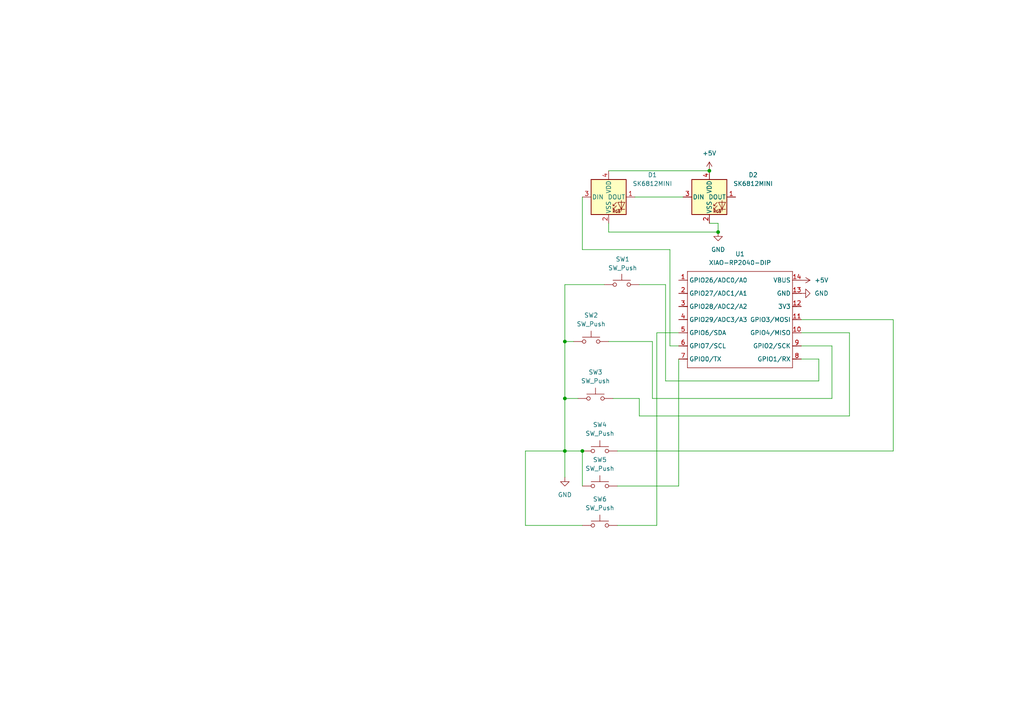
<source format=kicad_sch>
(kicad_sch
	(version 20250114)
	(generator "eeschema")
	(generator_version "9.0")
	(uuid "3abb7046-a1c3-41e4-beed-faf9debdfde6")
	(paper "A4")
	(lib_symbols
		(symbol "LED:SK6812MINI"
			(pin_names
				(offset 0.254)
			)
			(exclude_from_sim no)
			(in_bom yes)
			(on_board yes)
			(property "Reference" "D"
				(at 5.08 5.715 0)
				(effects
					(font
						(size 1.27 1.27)
					)
					(justify right bottom)
				)
			)
			(property "Value" "SK6812MINI"
				(at 1.27 -5.715 0)
				(effects
					(font
						(size 1.27 1.27)
					)
					(justify left top)
				)
			)
			(property "Footprint" "LED_SMD:LED_SK6812MINI_PLCC4_3.5x3.5mm_P1.75mm"
				(at 1.27 -7.62 0)
				(effects
					(font
						(size 1.27 1.27)
					)
					(justify left top)
					(hide yes)
				)
			)
			(property "Datasheet" "https://cdn-shop.adafruit.com/product-files/2686/SK6812MINI_REV.01-1-2.pdf"
				(at 2.54 -9.525 0)
				(effects
					(font
						(size 1.27 1.27)
					)
					(justify left top)
					(hide yes)
				)
			)
			(property "Description" "RGB LED with integrated controller"
				(at 0 0 0)
				(effects
					(font
						(size 1.27 1.27)
					)
					(hide yes)
				)
			)
			(property "ki_keywords" "RGB LED NeoPixel Mini addressable"
				(at 0 0 0)
				(effects
					(font
						(size 1.27 1.27)
					)
					(hide yes)
				)
			)
			(property "ki_fp_filters" "LED*SK6812MINI*PLCC*3.5x3.5mm*P1.75mm*"
				(at 0 0 0)
				(effects
					(font
						(size 1.27 1.27)
					)
					(hide yes)
				)
			)
			(symbol "SK6812MINI_0_0"
				(text "RGB"
					(at 2.286 -4.191 0)
					(effects
						(font
							(size 0.762 0.762)
						)
					)
				)
			)
			(symbol "SK6812MINI_0_1"
				(polyline
					(pts
						(xy 1.27 -2.54) (xy 1.778 -2.54)
					)
					(stroke
						(width 0)
						(type default)
					)
					(fill
						(type none)
					)
				)
				(polyline
					(pts
						(xy 1.27 -3.556) (xy 1.778 -3.556)
					)
					(stroke
						(width 0)
						(type default)
					)
					(fill
						(type none)
					)
				)
				(polyline
					(pts
						(xy 2.286 -1.524) (xy 1.27 -2.54) (xy 1.27 -2.032)
					)
					(stroke
						(width 0)
						(type default)
					)
					(fill
						(type none)
					)
				)
				(polyline
					(pts
						(xy 2.286 -2.54) (xy 1.27 -3.556) (xy 1.27 -3.048)
					)
					(stroke
						(width 0)
						(type default)
					)
					(fill
						(type none)
					)
				)
				(polyline
					(pts
						(xy 3.683 -1.016) (xy 3.683 -3.556) (xy 3.683 -4.064)
					)
					(stroke
						(width 0)
						(type default)
					)
					(fill
						(type none)
					)
				)
				(polyline
					(pts
						(xy 4.699 -1.524) (xy 2.667 -1.524) (xy 3.683 -3.556) (xy 4.699 -1.524)
					)
					(stroke
						(width 0)
						(type default)
					)
					(fill
						(type none)
					)
				)
				(polyline
					(pts
						(xy 4.699 -3.556) (xy 2.667 -3.556)
					)
					(stroke
						(width 0)
						(type default)
					)
					(fill
						(type none)
					)
				)
				(rectangle
					(start 5.08 5.08)
					(end -5.08 -5.08)
					(stroke
						(width 0.254)
						(type default)
					)
					(fill
						(type background)
					)
				)
			)
			(symbol "SK6812MINI_1_1"
				(pin input line
					(at -7.62 0 0)
					(length 2.54)
					(name "DIN"
						(effects
							(font
								(size 1.27 1.27)
							)
						)
					)
					(number "3"
						(effects
							(font
								(size 1.27 1.27)
							)
						)
					)
				)
				(pin power_in line
					(at 0 7.62 270)
					(length 2.54)
					(name "VDD"
						(effects
							(font
								(size 1.27 1.27)
							)
						)
					)
					(number "4"
						(effects
							(font
								(size 1.27 1.27)
							)
						)
					)
				)
				(pin power_in line
					(at 0 -7.62 90)
					(length 2.54)
					(name "VSS"
						(effects
							(font
								(size 1.27 1.27)
							)
						)
					)
					(number "2"
						(effects
							(font
								(size 1.27 1.27)
							)
						)
					)
				)
				(pin output line
					(at 7.62 0 180)
					(length 2.54)
					(name "DOUT"
						(effects
							(font
								(size 1.27 1.27)
							)
						)
					)
					(number "1"
						(effects
							(font
								(size 1.27 1.27)
							)
						)
					)
				)
			)
			(embedded_fonts no)
		)
		(symbol "OPL:XIAO-RP2040-DIP"
			(exclude_from_sim no)
			(in_bom yes)
			(on_board yes)
			(property "Reference" "U"
				(at 0 0 0)
				(effects
					(font
						(size 1.27 1.27)
					)
				)
			)
			(property "Value" "XIAO-RP2040-DIP"
				(at 5.334 -1.778 0)
				(effects
					(font
						(size 1.27 1.27)
					)
				)
			)
			(property "Footprint" "Module:MOUDLE14P-XIAO-DIP-SMD"
				(at 14.478 -32.258 0)
				(effects
					(font
						(size 1.27 1.27)
					)
					(hide yes)
				)
			)
			(property "Datasheet" ""
				(at 0 0 0)
				(effects
					(font
						(size 1.27 1.27)
					)
					(hide yes)
				)
			)
			(property "Description" ""
				(at 0 0 0)
				(effects
					(font
						(size 1.27 1.27)
					)
					(hide yes)
				)
			)
			(symbol "XIAO-RP2040-DIP_1_0"
				(polyline
					(pts
						(xy -1.27 -2.54) (xy 29.21 -2.54)
					)
					(stroke
						(width 0.1524)
						(type solid)
					)
					(fill
						(type none)
					)
				)
				(polyline
					(pts
						(xy -1.27 -5.08) (xy -2.54 -5.08)
					)
					(stroke
						(width 0.1524)
						(type solid)
					)
					(fill
						(type none)
					)
				)
				(polyline
					(pts
						(xy -1.27 -5.08) (xy -1.27 -2.54)
					)
					(stroke
						(width 0.1524)
						(type solid)
					)
					(fill
						(type none)
					)
				)
				(polyline
					(pts
						(xy -1.27 -8.89) (xy -2.54 -8.89)
					)
					(stroke
						(width 0.1524)
						(type solid)
					)
					(fill
						(type none)
					)
				)
				(polyline
					(pts
						(xy -1.27 -8.89) (xy -1.27 -5.08)
					)
					(stroke
						(width 0.1524)
						(type solid)
					)
					(fill
						(type none)
					)
				)
				(polyline
					(pts
						(xy -1.27 -12.7) (xy -2.54 -12.7)
					)
					(stroke
						(width 0.1524)
						(type solid)
					)
					(fill
						(type none)
					)
				)
				(polyline
					(pts
						(xy -1.27 -12.7) (xy -1.27 -8.89)
					)
					(stroke
						(width 0.1524)
						(type solid)
					)
					(fill
						(type none)
					)
				)
				(polyline
					(pts
						(xy -1.27 -16.51) (xy -2.54 -16.51)
					)
					(stroke
						(width 0.1524)
						(type solid)
					)
					(fill
						(type none)
					)
				)
				(polyline
					(pts
						(xy -1.27 -16.51) (xy -1.27 -12.7)
					)
					(stroke
						(width 0.1524)
						(type solid)
					)
					(fill
						(type none)
					)
				)
				(polyline
					(pts
						(xy -1.27 -20.32) (xy -2.54 -20.32)
					)
					(stroke
						(width 0.1524)
						(type solid)
					)
					(fill
						(type none)
					)
				)
				(polyline
					(pts
						(xy -1.27 -24.13) (xy -2.54 -24.13)
					)
					(stroke
						(width 0.1524)
						(type solid)
					)
					(fill
						(type none)
					)
				)
				(polyline
					(pts
						(xy -1.27 -27.94) (xy -2.54 -27.94)
					)
					(stroke
						(width 0.1524)
						(type solid)
					)
					(fill
						(type none)
					)
				)
				(polyline
					(pts
						(xy -1.27 -30.48) (xy -1.27 -16.51)
					)
					(stroke
						(width 0.1524)
						(type solid)
					)
					(fill
						(type none)
					)
				)
				(polyline
					(pts
						(xy 29.21 -2.54) (xy 29.21 -5.08)
					)
					(stroke
						(width 0.1524)
						(type solid)
					)
					(fill
						(type none)
					)
				)
				(polyline
					(pts
						(xy 29.21 -5.08) (xy 29.21 -8.89)
					)
					(stroke
						(width 0.1524)
						(type solid)
					)
					(fill
						(type none)
					)
				)
				(polyline
					(pts
						(xy 29.21 -8.89) (xy 29.21 -12.7)
					)
					(stroke
						(width 0.1524)
						(type solid)
					)
					(fill
						(type none)
					)
				)
				(polyline
					(pts
						(xy 29.21 -12.7) (xy 29.21 -30.48)
					)
					(stroke
						(width 0.1524)
						(type solid)
					)
					(fill
						(type none)
					)
				)
				(polyline
					(pts
						(xy 29.21 -30.48) (xy -1.27 -30.48)
					)
					(stroke
						(width 0.1524)
						(type solid)
					)
					(fill
						(type none)
					)
				)
				(polyline
					(pts
						(xy 30.48 -5.08) (xy 29.21 -5.08)
					)
					(stroke
						(width 0.1524)
						(type solid)
					)
					(fill
						(type none)
					)
				)
				(polyline
					(pts
						(xy 30.48 -8.89) (xy 29.21 -8.89)
					)
					(stroke
						(width 0.1524)
						(type solid)
					)
					(fill
						(type none)
					)
				)
				(polyline
					(pts
						(xy 30.48 -12.7) (xy 29.21 -12.7)
					)
					(stroke
						(width 0.1524)
						(type solid)
					)
					(fill
						(type none)
					)
				)
				(polyline
					(pts
						(xy 30.48 -16.51) (xy 29.21 -16.51)
					)
					(stroke
						(width 0.1524)
						(type solid)
					)
					(fill
						(type none)
					)
				)
				(polyline
					(pts
						(xy 30.48 -20.32) (xy 29.21 -20.32)
					)
					(stroke
						(width 0.1524)
						(type solid)
					)
					(fill
						(type none)
					)
				)
				(polyline
					(pts
						(xy 30.48 -24.13) (xy 29.21 -24.13)
					)
					(stroke
						(width 0.1524)
						(type solid)
					)
					(fill
						(type none)
					)
				)
				(polyline
					(pts
						(xy 30.48 -27.94) (xy 29.21 -27.94)
					)
					(stroke
						(width 0.1524)
						(type solid)
					)
					(fill
						(type none)
					)
				)
				(pin passive line
					(at -3.81 -5.08 0)
					(length 2.54)
					(name "GPIO26/ADC0/A0"
						(effects
							(font
								(size 1.27 1.27)
							)
						)
					)
					(number "1"
						(effects
							(font
								(size 1.27 1.27)
							)
						)
					)
				)
				(pin passive line
					(at -3.81 -8.89 0)
					(length 2.54)
					(name "GPIO27/ADC1/A1"
						(effects
							(font
								(size 1.27 1.27)
							)
						)
					)
					(number "2"
						(effects
							(font
								(size 1.27 1.27)
							)
						)
					)
				)
				(pin passive line
					(at -3.81 -12.7 0)
					(length 2.54)
					(name "GPIO28/ADC2/A2"
						(effects
							(font
								(size 1.27 1.27)
							)
						)
					)
					(number "3"
						(effects
							(font
								(size 1.27 1.27)
							)
						)
					)
				)
				(pin passive line
					(at -3.81 -16.51 0)
					(length 2.54)
					(name "GPIO29/ADC3/A3"
						(effects
							(font
								(size 1.27 1.27)
							)
						)
					)
					(number "4"
						(effects
							(font
								(size 1.27 1.27)
							)
						)
					)
				)
				(pin passive line
					(at -3.81 -20.32 0)
					(length 2.54)
					(name "GPIO6/SDA"
						(effects
							(font
								(size 1.27 1.27)
							)
						)
					)
					(number "5"
						(effects
							(font
								(size 1.27 1.27)
							)
						)
					)
				)
				(pin passive line
					(at -3.81 -24.13 0)
					(length 2.54)
					(name "GPIO7/SCL"
						(effects
							(font
								(size 1.27 1.27)
							)
						)
					)
					(number "6"
						(effects
							(font
								(size 1.27 1.27)
							)
						)
					)
				)
				(pin passive line
					(at -3.81 -27.94 0)
					(length 2.54)
					(name "GPIO0/TX"
						(effects
							(font
								(size 1.27 1.27)
							)
						)
					)
					(number "7"
						(effects
							(font
								(size 1.27 1.27)
							)
						)
					)
				)
				(pin passive line
					(at 31.75 -5.08 180)
					(length 2.54)
					(name "VBUS"
						(effects
							(font
								(size 1.27 1.27)
							)
						)
					)
					(number "14"
						(effects
							(font
								(size 1.27 1.27)
							)
						)
					)
				)
				(pin passive line
					(at 31.75 -8.89 180)
					(length 2.54)
					(name "GND"
						(effects
							(font
								(size 1.27 1.27)
							)
						)
					)
					(number "13"
						(effects
							(font
								(size 1.27 1.27)
							)
						)
					)
				)
				(pin passive line
					(at 31.75 -12.7 180)
					(length 2.54)
					(name "3V3"
						(effects
							(font
								(size 1.27 1.27)
							)
						)
					)
					(number "12"
						(effects
							(font
								(size 1.27 1.27)
							)
						)
					)
				)
				(pin passive line
					(at 31.75 -16.51 180)
					(length 2.54)
					(name "GPIO3/MOSI"
						(effects
							(font
								(size 1.27 1.27)
							)
						)
					)
					(number "11"
						(effects
							(font
								(size 1.27 1.27)
							)
						)
					)
				)
				(pin passive line
					(at 31.75 -20.32 180)
					(length 2.54)
					(name "GPIO4/MISO"
						(effects
							(font
								(size 1.27 1.27)
							)
						)
					)
					(number "10"
						(effects
							(font
								(size 1.27 1.27)
							)
						)
					)
				)
				(pin passive line
					(at 31.75 -24.13 180)
					(length 2.54)
					(name "GPIO2/SCK"
						(effects
							(font
								(size 1.27 1.27)
							)
						)
					)
					(number "9"
						(effects
							(font
								(size 1.27 1.27)
							)
						)
					)
				)
				(pin passive line
					(at 31.75 -27.94 180)
					(length 2.54)
					(name "GPIO1/RX"
						(effects
							(font
								(size 1.27 1.27)
							)
						)
					)
					(number "8"
						(effects
							(font
								(size 1.27 1.27)
							)
						)
					)
				)
			)
			(embedded_fonts no)
		)
		(symbol "Switch:SW_Push"
			(pin_numbers
				(hide yes)
			)
			(pin_names
				(offset 1.016)
				(hide yes)
			)
			(exclude_from_sim no)
			(in_bom yes)
			(on_board yes)
			(property "Reference" "SW"
				(at 1.27 2.54 0)
				(effects
					(font
						(size 1.27 1.27)
					)
					(justify left)
				)
			)
			(property "Value" "SW_Push"
				(at 0 -1.524 0)
				(effects
					(font
						(size 1.27 1.27)
					)
				)
			)
			(property "Footprint" ""
				(at 0 5.08 0)
				(effects
					(font
						(size 1.27 1.27)
					)
					(hide yes)
				)
			)
			(property "Datasheet" "~"
				(at 0 5.08 0)
				(effects
					(font
						(size 1.27 1.27)
					)
					(hide yes)
				)
			)
			(property "Description" "Push button switch, generic, two pins"
				(at 0 0 0)
				(effects
					(font
						(size 1.27 1.27)
					)
					(hide yes)
				)
			)
			(property "ki_keywords" "switch normally-open pushbutton push-button"
				(at 0 0 0)
				(effects
					(font
						(size 1.27 1.27)
					)
					(hide yes)
				)
			)
			(symbol "SW_Push_0_1"
				(circle
					(center -2.032 0)
					(radius 0.508)
					(stroke
						(width 0)
						(type default)
					)
					(fill
						(type none)
					)
				)
				(polyline
					(pts
						(xy 0 1.27) (xy 0 3.048)
					)
					(stroke
						(width 0)
						(type default)
					)
					(fill
						(type none)
					)
				)
				(circle
					(center 2.032 0)
					(radius 0.508)
					(stroke
						(width 0)
						(type default)
					)
					(fill
						(type none)
					)
				)
				(polyline
					(pts
						(xy 2.54 1.27) (xy -2.54 1.27)
					)
					(stroke
						(width 0)
						(type default)
					)
					(fill
						(type none)
					)
				)
				(pin passive line
					(at -5.08 0 0)
					(length 2.54)
					(name "1"
						(effects
							(font
								(size 1.27 1.27)
							)
						)
					)
					(number "1"
						(effects
							(font
								(size 1.27 1.27)
							)
						)
					)
				)
				(pin passive line
					(at 5.08 0 180)
					(length 2.54)
					(name "2"
						(effects
							(font
								(size 1.27 1.27)
							)
						)
					)
					(number "2"
						(effects
							(font
								(size 1.27 1.27)
							)
						)
					)
				)
			)
			(embedded_fonts no)
		)
		(symbol "power:+5V"
			(power)
			(pin_numbers
				(hide yes)
			)
			(pin_names
				(offset 0)
				(hide yes)
			)
			(exclude_from_sim no)
			(in_bom yes)
			(on_board yes)
			(property "Reference" "#PWR"
				(at 0 -3.81 0)
				(effects
					(font
						(size 1.27 1.27)
					)
					(hide yes)
				)
			)
			(property "Value" "+5V"
				(at 0 3.556 0)
				(effects
					(font
						(size 1.27 1.27)
					)
				)
			)
			(property "Footprint" ""
				(at 0 0 0)
				(effects
					(font
						(size 1.27 1.27)
					)
					(hide yes)
				)
			)
			(property "Datasheet" ""
				(at 0 0 0)
				(effects
					(font
						(size 1.27 1.27)
					)
					(hide yes)
				)
			)
			(property "Description" "Power symbol creates a global label with name \"+5V\""
				(at 0 0 0)
				(effects
					(font
						(size 1.27 1.27)
					)
					(hide yes)
				)
			)
			(property "ki_keywords" "global power"
				(at 0 0 0)
				(effects
					(font
						(size 1.27 1.27)
					)
					(hide yes)
				)
			)
			(symbol "+5V_0_1"
				(polyline
					(pts
						(xy -0.762 1.27) (xy 0 2.54)
					)
					(stroke
						(width 0)
						(type default)
					)
					(fill
						(type none)
					)
				)
				(polyline
					(pts
						(xy 0 2.54) (xy 0.762 1.27)
					)
					(stroke
						(width 0)
						(type default)
					)
					(fill
						(type none)
					)
				)
				(polyline
					(pts
						(xy 0 0) (xy 0 2.54)
					)
					(stroke
						(width 0)
						(type default)
					)
					(fill
						(type none)
					)
				)
			)
			(symbol "+5V_1_1"
				(pin power_in line
					(at 0 0 90)
					(length 0)
					(name "~"
						(effects
							(font
								(size 1.27 1.27)
							)
						)
					)
					(number "1"
						(effects
							(font
								(size 1.27 1.27)
							)
						)
					)
				)
			)
			(embedded_fonts no)
		)
		(symbol "power:GND"
			(power)
			(pin_numbers
				(hide yes)
			)
			(pin_names
				(offset 0)
				(hide yes)
			)
			(exclude_from_sim no)
			(in_bom yes)
			(on_board yes)
			(property "Reference" "#PWR"
				(at 0 -6.35 0)
				(effects
					(font
						(size 1.27 1.27)
					)
					(hide yes)
				)
			)
			(property "Value" "GND"
				(at 0 -3.81 0)
				(effects
					(font
						(size 1.27 1.27)
					)
				)
			)
			(property "Footprint" ""
				(at 0 0 0)
				(effects
					(font
						(size 1.27 1.27)
					)
					(hide yes)
				)
			)
			(property "Datasheet" ""
				(at 0 0 0)
				(effects
					(font
						(size 1.27 1.27)
					)
					(hide yes)
				)
			)
			(property "Description" "Power symbol creates a global label with name \"GND\" , ground"
				(at 0 0 0)
				(effects
					(font
						(size 1.27 1.27)
					)
					(hide yes)
				)
			)
			(property "ki_keywords" "global power"
				(at 0 0 0)
				(effects
					(font
						(size 1.27 1.27)
					)
					(hide yes)
				)
			)
			(symbol "GND_0_1"
				(polyline
					(pts
						(xy 0 0) (xy 0 -1.27) (xy 1.27 -1.27) (xy 0 -2.54) (xy -1.27 -1.27) (xy 0 -1.27)
					)
					(stroke
						(width 0)
						(type default)
					)
					(fill
						(type none)
					)
				)
			)
			(symbol "GND_1_1"
				(pin power_in line
					(at 0 0 270)
					(length 0)
					(name "~"
						(effects
							(font
								(size 1.27 1.27)
							)
						)
					)
					(number "1"
						(effects
							(font
								(size 1.27 1.27)
							)
						)
					)
				)
			)
			(embedded_fonts no)
		)
	)
	(junction
		(at 163.83 115.57)
		(diameter 0)
		(color 0 0 0 0)
		(uuid "14c2577d-0392-48c0-b49d-5173885a4630")
	)
	(junction
		(at 205.74 49.53)
		(diameter 0)
		(color 0 0 0 0)
		(uuid "504e0946-699a-4797-8b17-16915e6c0263")
	)
	(junction
		(at 208.28 67.31)
		(diameter 0)
		(color 0 0 0 0)
		(uuid "c14e4067-39a2-4fe6-97a2-cd09dea88ed9")
	)
	(junction
		(at 163.83 130.81)
		(diameter 0)
		(color 0 0 0 0)
		(uuid "c2c1d36d-bf1b-42a0-afe4-b0d2bab80f2f")
	)
	(junction
		(at 163.83 99.06)
		(diameter 0)
		(color 0 0 0 0)
		(uuid "db493fa3-8bc8-4b3e-86b8-d3cbfdbdc385")
	)
	(junction
		(at 168.91 130.81)
		(diameter 0)
		(color 0 0 0 0)
		(uuid "e7b00b01-9864-4ebb-9a82-07c0439f6c0a")
	)
	(wire
		(pts
			(xy 185.42 120.65) (xy 246.38 120.65)
		)
		(stroke
			(width 0)
			(type default)
		)
		(uuid "14cf3e22-8c90-439d-b47a-e312e16c6cfe")
	)
	(wire
		(pts
			(xy 177.8 115.57) (xy 185.42 115.57)
		)
		(stroke
			(width 0)
			(type default)
		)
		(uuid "192ba905-ff6f-40d9-b6fe-afa61084f30f")
	)
	(wire
		(pts
			(xy 176.53 49.53) (xy 205.74 49.53)
		)
		(stroke
			(width 0)
			(type default)
		)
		(uuid "354042b8-ddaf-411f-a01c-21c23ef62f40")
	)
	(wire
		(pts
			(xy 193.04 110.49) (xy 237.49 110.49)
		)
		(stroke
			(width 0)
			(type default)
		)
		(uuid "38da9e4e-fe6e-4554-89c0-9042f2d6c227")
	)
	(wire
		(pts
			(xy 237.49 110.49) (xy 237.49 104.14)
		)
		(stroke
			(width 0)
			(type default)
		)
		(uuid "3bdc99f8-025d-40e7-84ba-03ba6bb16ee5")
	)
	(wire
		(pts
			(xy 190.5 152.4) (xy 190.5 96.52)
		)
		(stroke
			(width 0)
			(type default)
		)
		(uuid "40b40e8e-ca1c-4bb0-a22a-ced639c332a1")
	)
	(wire
		(pts
			(xy 241.3 115.57) (xy 241.3 100.33)
		)
		(stroke
			(width 0)
			(type default)
		)
		(uuid "40df6e58-b6a6-41ac-a7a5-587e7d1da40a")
	)
	(wire
		(pts
			(xy 259.08 130.81) (xy 259.08 92.71)
		)
		(stroke
			(width 0)
			(type default)
		)
		(uuid "54370aae-49ba-487e-9ece-7ef8b1e576ad")
	)
	(wire
		(pts
			(xy 208.28 64.77) (xy 205.74 64.77)
		)
		(stroke
			(width 0)
			(type default)
		)
		(uuid "5ef59ae3-e625-4b37-aff4-cc76c59418d5")
	)
	(wire
		(pts
			(xy 241.3 100.33) (xy 232.41 100.33)
		)
		(stroke
			(width 0)
			(type default)
		)
		(uuid "67af8ea4-bdd9-4490-a250-84a84da170e8")
	)
	(wire
		(pts
			(xy 208.28 67.31) (xy 176.53 67.31)
		)
		(stroke
			(width 0)
			(type default)
		)
		(uuid "68549301-2387-4440-a129-29e393628f97")
	)
	(wire
		(pts
			(xy 163.83 115.57) (xy 163.83 99.06)
		)
		(stroke
			(width 0)
			(type default)
		)
		(uuid "6a78a906-c466-4198-b950-dffd3c2b7a89")
	)
	(wire
		(pts
			(xy 163.83 99.06) (xy 166.37 99.06)
		)
		(stroke
			(width 0)
			(type default)
		)
		(uuid "6d9e743d-9cb0-42cb-881a-f809f81eca27")
	)
	(wire
		(pts
			(xy 163.83 138.43) (xy 163.83 130.81)
		)
		(stroke
			(width 0)
			(type default)
		)
		(uuid "72cc864c-82ec-41ba-b050-443a74dab9db")
	)
	(wire
		(pts
			(xy 163.83 130.81) (xy 152.4 130.81)
		)
		(stroke
			(width 0)
			(type default)
		)
		(uuid "73b37d6c-4a5d-4bca-9ca3-589bb0f90663")
	)
	(wire
		(pts
			(xy 163.83 115.57) (xy 167.64 115.57)
		)
		(stroke
			(width 0)
			(type default)
		)
		(uuid "79b89b34-6409-484b-a305-7b929792909b")
	)
	(wire
		(pts
			(xy 189.23 99.06) (xy 189.23 115.57)
		)
		(stroke
			(width 0)
			(type default)
		)
		(uuid "7d3555b0-a124-467d-839e-762b6f6598a9")
	)
	(wire
		(pts
			(xy 152.4 130.81) (xy 152.4 152.4)
		)
		(stroke
			(width 0)
			(type default)
		)
		(uuid "8405c521-8e3b-4748-9075-8ac85f12dc46")
	)
	(wire
		(pts
			(xy 163.83 99.06) (xy 163.83 82.55)
		)
		(stroke
			(width 0)
			(type default)
		)
		(uuid "8f6001a8-c7c1-46ed-97d7-9a662cd548b8")
	)
	(wire
		(pts
			(xy 246.38 96.52) (xy 232.41 96.52)
		)
		(stroke
			(width 0)
			(type default)
		)
		(uuid "9088f063-37fb-472a-8f0a-5c2bb28b4cd1")
	)
	(wire
		(pts
			(xy 168.91 72.39) (xy 194.31 72.39)
		)
		(stroke
			(width 0)
			(type default)
		)
		(uuid "95fc22b4-30ae-43f1-b1da-c7f97986118e")
	)
	(wire
		(pts
			(xy 168.91 130.81) (xy 168.91 140.97)
		)
		(stroke
			(width 0)
			(type default)
		)
		(uuid "9613a070-9358-4050-ac21-1b9823d33438")
	)
	(wire
		(pts
			(xy 176.53 67.31) (xy 176.53 64.77)
		)
		(stroke
			(width 0)
			(type default)
		)
		(uuid "99d048cd-0e61-4604-9751-e12b6b1f0011")
	)
	(wire
		(pts
			(xy 163.83 130.81) (xy 163.83 115.57)
		)
		(stroke
			(width 0)
			(type default)
		)
		(uuid "9b7e9eec-953f-4920-a986-55e4bbdca5c5")
	)
	(wire
		(pts
			(xy 185.42 82.55) (xy 193.04 82.55)
		)
		(stroke
			(width 0)
			(type default)
		)
		(uuid "9d852ec6-615d-435b-9097-79ce60f4719e")
	)
	(wire
		(pts
			(xy 168.91 57.15) (xy 168.91 72.39)
		)
		(stroke
			(width 0)
			(type default)
		)
		(uuid "aa6be3c4-b0dd-419a-b6e5-1757d4a03a03")
	)
	(wire
		(pts
			(xy 184.15 57.15) (xy 198.12 57.15)
		)
		(stroke
			(width 0)
			(type default)
		)
		(uuid "b063454a-9202-455b-a191-0911b26c6e82")
	)
	(wire
		(pts
			(xy 194.31 100.33) (xy 196.85 100.33)
		)
		(stroke
			(width 0)
			(type default)
		)
		(uuid "b20ee6c9-d91e-450c-b386-2be4cb98d3f5")
	)
	(wire
		(pts
			(xy 179.07 130.81) (xy 259.08 130.81)
		)
		(stroke
			(width 0)
			(type default)
		)
		(uuid "b2b96aca-142e-490f-9333-84d68cc9ec1b")
	)
	(wire
		(pts
			(xy 152.4 152.4) (xy 168.91 152.4)
		)
		(stroke
			(width 0)
			(type default)
		)
		(uuid "b499b38f-f07b-4078-a910-d665c4745ab5")
	)
	(wire
		(pts
			(xy 259.08 92.71) (xy 232.41 92.71)
		)
		(stroke
			(width 0)
			(type default)
		)
		(uuid "b6017b66-d12c-48b6-b85d-ca30db4bab91")
	)
	(wire
		(pts
			(xy 176.53 99.06) (xy 189.23 99.06)
		)
		(stroke
			(width 0)
			(type default)
		)
		(uuid "bd8ebc0f-2938-4648-af03-6f92648e2fe8")
	)
	(wire
		(pts
			(xy 196.85 140.97) (xy 196.85 104.14)
		)
		(stroke
			(width 0)
			(type default)
		)
		(uuid "be5b2f12-1e24-44cc-827b-228704eb948a")
	)
	(wire
		(pts
			(xy 246.38 120.65) (xy 246.38 96.52)
		)
		(stroke
			(width 0)
			(type default)
		)
		(uuid "c4d32d0a-597e-45ad-b95d-faa3160ec2d0")
	)
	(wire
		(pts
			(xy 185.42 115.57) (xy 185.42 120.65)
		)
		(stroke
			(width 0)
			(type default)
		)
		(uuid "cba58ec3-2024-437e-aa7f-58d577c67e7b")
	)
	(wire
		(pts
			(xy 194.31 72.39) (xy 194.31 100.33)
		)
		(stroke
			(width 0)
			(type default)
		)
		(uuid "cdca2cbc-63c9-4f8f-be7f-374424ae5f08")
	)
	(wire
		(pts
			(xy 190.5 96.52) (xy 196.85 96.52)
		)
		(stroke
			(width 0)
			(type default)
		)
		(uuid "cfa6223a-52b7-433c-a4e4-34f763d7a089")
	)
	(wire
		(pts
			(xy 179.07 140.97) (xy 196.85 140.97)
		)
		(stroke
			(width 0)
			(type default)
		)
		(uuid "d14b7182-52b0-4d73-903c-5f4b8b4f6069")
	)
	(wire
		(pts
			(xy 163.83 82.55) (xy 175.26 82.55)
		)
		(stroke
			(width 0)
			(type default)
		)
		(uuid "d4dd0ae6-7236-45a1-9e22-0b7a96af146e")
	)
	(wire
		(pts
			(xy 163.83 130.81) (xy 168.91 130.81)
		)
		(stroke
			(width 0)
			(type default)
		)
		(uuid "d565586d-1fbc-4c11-a515-18a9bfbcda3a")
	)
	(wire
		(pts
			(xy 189.23 115.57) (xy 241.3 115.57)
		)
		(stroke
			(width 0)
			(type default)
		)
		(uuid "dc1f4fd5-ed8c-45b8-9800-eee7690c8eb7")
	)
	(wire
		(pts
			(xy 237.49 104.14) (xy 232.41 104.14)
		)
		(stroke
			(width 0)
			(type default)
		)
		(uuid "dcb5b25a-2dac-4df4-a66c-505ef4396ed5")
	)
	(wire
		(pts
			(xy 208.28 67.31) (xy 208.28 64.77)
		)
		(stroke
			(width 0)
			(type default)
		)
		(uuid "e3e0e02a-7915-495d-9635-d2e6adfadc49")
	)
	(wire
		(pts
			(xy 179.07 152.4) (xy 190.5 152.4)
		)
		(stroke
			(width 0)
			(type default)
		)
		(uuid "f68b751a-00ff-4bc8-bbeb-c0d2a808d8e2")
	)
	(wire
		(pts
			(xy 193.04 82.55) (xy 193.04 110.49)
		)
		(stroke
			(width 0)
			(type default)
		)
		(uuid "ffd34741-4d71-431d-8e0b-9c5048d69e40")
	)
	(symbol
		(lib_id "power:+5V")
		(at 205.74 49.53 0)
		(unit 1)
		(exclude_from_sim no)
		(in_bom yes)
		(on_board yes)
		(dnp no)
		(fields_autoplaced yes)
		(uuid "26ad7253-4365-4fcd-9696-f2cdf597d4de")
		(property "Reference" "#PWR05"
			(at 205.74 53.34 0)
			(effects
				(font
					(size 1.27 1.27)
				)
				(hide yes)
			)
		)
		(property "Value" "+5V"
			(at 205.74 44.45 0)
			(effects
				(font
					(size 1.27 1.27)
				)
			)
		)
		(property "Footprint" ""
			(at 205.74 49.53 0)
			(effects
				(font
					(size 1.27 1.27)
				)
				(hide yes)
			)
		)
		(property "Datasheet" ""
			(at 205.74 49.53 0)
			(effects
				(font
					(size 1.27 1.27)
				)
				(hide yes)
			)
		)
		(property "Description" "Power symbol creates a global label with name \"+5V\""
			(at 205.74 49.53 0)
			(effects
				(font
					(size 1.27 1.27)
				)
				(hide yes)
			)
		)
		(pin "1"
			(uuid "d52ef84a-1324-4ea5-8fd1-8a8d4dabf0fa")
		)
		(instances
			(project ""
				(path "/3abb7046-a1c3-41e4-beed-faf9debdfde6"
					(reference "#PWR05")
					(unit 1)
				)
			)
		)
	)
	(symbol
		(lib_id "power:GND")
		(at 163.83 138.43 0)
		(unit 1)
		(exclude_from_sim no)
		(in_bom yes)
		(on_board yes)
		(dnp no)
		(fields_autoplaced yes)
		(uuid "2cf7c323-9724-47dd-9d0e-8b707db950fe")
		(property "Reference" "#PWR01"
			(at 163.83 144.78 0)
			(effects
				(font
					(size 1.27 1.27)
				)
				(hide yes)
			)
		)
		(property "Value" "GND"
			(at 163.83 143.51 0)
			(effects
				(font
					(size 1.27 1.27)
				)
			)
		)
		(property "Footprint" ""
			(at 163.83 138.43 0)
			(effects
				(font
					(size 1.27 1.27)
				)
				(hide yes)
			)
		)
		(property "Datasheet" ""
			(at 163.83 138.43 0)
			(effects
				(font
					(size 1.27 1.27)
				)
				(hide yes)
			)
		)
		(property "Description" "Power symbol creates a global label with name \"GND\" , ground"
			(at 163.83 138.43 0)
			(effects
				(font
					(size 1.27 1.27)
				)
				(hide yes)
			)
		)
		(pin "1"
			(uuid "87609617-2f6c-4d5a-964f-a576ce704b66")
		)
		(instances
			(project ""
				(path "/3abb7046-a1c3-41e4-beed-faf9debdfde6"
					(reference "#PWR01")
					(unit 1)
				)
			)
		)
	)
	(symbol
		(lib_id "OPL:XIAO-RP2040-DIP")
		(at 200.66 76.2 0)
		(unit 1)
		(exclude_from_sim no)
		(in_bom yes)
		(on_board yes)
		(dnp no)
		(fields_autoplaced yes)
		(uuid "2e249f84-dabf-4621-af68-688b1d8fbd7a")
		(property "Reference" "U1"
			(at 214.63 73.66 0)
			(effects
				(font
					(size 1.27 1.27)
				)
			)
		)
		(property "Value" "XIAO-RP2040-DIP"
			(at 214.63 76.2 0)
			(effects
				(font
					(size 1.27 1.27)
				)
			)
		)
		(property "Footprint" "OPL:XIAO-RP2040-DIP"
			(at 215.138 108.458 0)
			(effects
				(font
					(size 1.27 1.27)
				)
				(hide yes)
			)
		)
		(property "Datasheet" ""
			(at 200.66 76.2 0)
			(effects
				(font
					(size 1.27 1.27)
				)
				(hide yes)
			)
		)
		(property "Description" ""
			(at 200.66 76.2 0)
			(effects
				(font
					(size 1.27 1.27)
				)
				(hide yes)
			)
		)
		(pin "1"
			(uuid "aa659352-9e1b-4342-8118-ebd163621f8e")
		)
		(pin "8"
			(uuid "e623d69a-8f22-4606-b0cb-835c2eafef4d")
		)
		(pin "11"
			(uuid "ac3b32c1-af6a-434d-804d-314d64628330")
		)
		(pin "6"
			(uuid "2d90d898-8e00-468f-a092-4154bc132d1a")
		)
		(pin "2"
			(uuid "0d78811a-d4d0-4a2d-a49a-33d2fbaae3a0")
		)
		(pin "3"
			(uuid "2edc79d8-2552-4386-93b2-d337c34cb23a")
		)
		(pin "4"
			(uuid "afda0a31-2a1e-42ff-b03a-824ec6ddc54b")
		)
		(pin "5"
			(uuid "66cfa086-fac9-41c2-82da-b060d5e95570")
		)
		(pin "7"
			(uuid "a1860062-dab3-4e3c-91bd-a76d5bc9428d")
		)
		(pin "13"
			(uuid "b9221d79-2ff9-45fe-9b0c-c0bf8696e634")
		)
		(pin "12"
			(uuid "ac4b2df5-d8ac-4cd1-b88b-2c613b09081d")
		)
		(pin "14"
			(uuid "bd636d02-d0f5-478d-961d-94ac6703243d")
		)
		(pin "10"
			(uuid "2b7e8e43-88c6-496e-ac72-16f7437c67d3")
		)
		(pin "9"
			(uuid "412ff0f5-2f3c-480a-b471-71d2455e0d3a")
		)
		(instances
			(project ""
				(path "/3abb7046-a1c3-41e4-beed-faf9debdfde6"
					(reference "U1")
					(unit 1)
				)
			)
		)
	)
	(symbol
		(lib_id "Switch:SW_Push")
		(at 173.99 130.81 0)
		(unit 1)
		(exclude_from_sim no)
		(in_bom yes)
		(on_board yes)
		(dnp no)
		(fields_autoplaced yes)
		(uuid "45fb2e18-5b92-4695-8636-99db5cc42ca4")
		(property "Reference" "SW4"
			(at 173.99 123.19 0)
			(effects
				(font
					(size 1.27 1.27)
				)
			)
		)
		(property "Value" "SW_Push"
			(at 173.99 125.73 0)
			(effects
				(font
					(size 1.27 1.27)
				)
			)
		)
		(property "Footprint" "Button_Switch_Keyboard:SW_Cherry_MX_1.00u_PCB"
			(at 173.99 125.73 0)
			(effects
				(font
					(size 1.27 1.27)
				)
				(hide yes)
			)
		)
		(property "Datasheet" "~"
			(at 173.99 125.73 0)
			(effects
				(font
					(size 1.27 1.27)
				)
				(hide yes)
			)
		)
		(property "Description" "Push button switch, generic, two pins"
			(at 173.99 130.81 0)
			(effects
				(font
					(size 1.27 1.27)
				)
				(hide yes)
			)
		)
		(pin "1"
			(uuid "a30ff8d3-ff80-455c-9bd8-c936d7f81726")
		)
		(pin "2"
			(uuid "cbf6d588-0b06-4c51-b102-bb8af42d1a49")
		)
		(instances
			(project ""
				(path "/3abb7046-a1c3-41e4-beed-faf9debdfde6"
					(reference "SW4")
					(unit 1)
				)
			)
		)
	)
	(symbol
		(lib_id "Switch:SW_Push")
		(at 171.45 99.06 0)
		(unit 1)
		(exclude_from_sim no)
		(in_bom yes)
		(on_board yes)
		(dnp no)
		(fields_autoplaced yes)
		(uuid "502889e8-9eae-4b5b-96a8-5ce60a3f8122")
		(property "Reference" "SW2"
			(at 171.45 91.44 0)
			(effects
				(font
					(size 1.27 1.27)
				)
			)
		)
		(property "Value" "SW_Push"
			(at 171.45 93.98 0)
			(effects
				(font
					(size 1.27 1.27)
				)
			)
		)
		(property "Footprint" "Button_Switch_Keyboard:SW_Cherry_MX_1.00u_PCB"
			(at 171.45 93.98 0)
			(effects
				(font
					(size 1.27 1.27)
				)
				(hide yes)
			)
		)
		(property "Datasheet" "~"
			(at 171.45 93.98 0)
			(effects
				(font
					(size 1.27 1.27)
				)
				(hide yes)
			)
		)
		(property "Description" "Push button switch, generic, two pins"
			(at 171.45 99.06 0)
			(effects
				(font
					(size 1.27 1.27)
				)
				(hide yes)
			)
		)
		(pin "1"
			(uuid "06b1fb2c-3a87-430b-83ee-031f8290d148")
		)
		(pin "2"
			(uuid "ec9b78db-94af-4a70-9ce5-396ccba66d73")
		)
		(instances
			(project ""
				(path "/3abb7046-a1c3-41e4-beed-faf9debdfde6"
					(reference "SW2")
					(unit 1)
				)
			)
		)
	)
	(symbol
		(lib_id "power:GND")
		(at 232.41 85.09 90)
		(unit 1)
		(exclude_from_sim no)
		(in_bom yes)
		(on_board yes)
		(dnp no)
		(fields_autoplaced yes)
		(uuid "62f24dec-a589-41cf-83ed-a3b00a0633b7")
		(property "Reference" "#PWR02"
			(at 238.76 85.09 0)
			(effects
				(font
					(size 1.27 1.27)
				)
				(hide yes)
			)
		)
		(property "Value" "GND"
			(at 236.22 85.0899 90)
			(effects
				(font
					(size 1.27 1.27)
				)
				(justify right)
			)
		)
		(property "Footprint" ""
			(at 232.41 85.09 0)
			(effects
				(font
					(size 1.27 1.27)
				)
				(hide yes)
			)
		)
		(property "Datasheet" ""
			(at 232.41 85.09 0)
			(effects
				(font
					(size 1.27 1.27)
				)
				(hide yes)
			)
		)
		(property "Description" "Power symbol creates a global label with name \"GND\" , ground"
			(at 232.41 85.09 0)
			(effects
				(font
					(size 1.27 1.27)
				)
				(hide yes)
			)
		)
		(pin "1"
			(uuid "7a5174f0-76d5-4f98-a36e-c9740700d3e1")
		)
		(instances
			(project ""
				(path "/3abb7046-a1c3-41e4-beed-faf9debdfde6"
					(reference "#PWR02")
					(unit 1)
				)
			)
		)
	)
	(symbol
		(lib_id "LED:SK6812MINI")
		(at 176.53 57.15 0)
		(unit 1)
		(exclude_from_sim no)
		(in_bom yes)
		(on_board yes)
		(dnp no)
		(fields_autoplaced yes)
		(uuid "7bd52ac5-00d7-4d6d-b021-2b8d40380721")
		(property "Reference" "D1"
			(at 189.23 50.7298 0)
			(effects
				(font
					(size 1.27 1.27)
				)
			)
		)
		(property "Value" "SK6812MINI"
			(at 189.23 53.2698 0)
			(effects
				(font
					(size 1.27 1.27)
				)
			)
		)
		(property "Footprint" "LED_SMD:LED_SK6812MINI_PLCC4_3.5x3.5mm_P1.75mm"
			(at 177.8 64.77 0)
			(effects
				(font
					(size 1.27 1.27)
				)
				(justify left top)
				(hide yes)
			)
		)
		(property "Datasheet" "https://cdn-shop.adafruit.com/product-files/2686/SK6812MINI_REV.01-1-2.pdf"
			(at 179.07 66.675 0)
			(effects
				(font
					(size 1.27 1.27)
				)
				(justify left top)
				(hide yes)
			)
		)
		(property "Description" "RGB LED with integrated controller"
			(at 176.53 57.15 0)
			(effects
				(font
					(size 1.27 1.27)
				)
				(hide yes)
			)
		)
		(pin "2"
			(uuid "299b0323-f298-44a8-a582-2b0fd4ccc142")
		)
		(pin "4"
			(uuid "8112a91a-0767-4119-9257-e316e7e61b92")
		)
		(pin "3"
			(uuid "2b75a27d-0d63-40e0-bbdb-596b89214590")
		)
		(pin "1"
			(uuid "ec4c3540-6ac1-4613-b865-6292f1e50558")
		)
		(instances
			(project ""
				(path "/3abb7046-a1c3-41e4-beed-faf9debdfde6"
					(reference "D1")
					(unit 1)
				)
			)
		)
	)
	(symbol
		(lib_id "Switch:SW_Push")
		(at 173.99 152.4 0)
		(unit 1)
		(exclude_from_sim no)
		(in_bom yes)
		(on_board yes)
		(dnp no)
		(fields_autoplaced yes)
		(uuid "9f538dec-f830-448b-be63-0eeca3583c29")
		(property "Reference" "SW6"
			(at 173.99 144.78 0)
			(effects
				(font
					(size 1.27 1.27)
				)
			)
		)
		(property "Value" "SW_Push"
			(at 173.99 147.32 0)
			(effects
				(font
					(size 1.27 1.27)
				)
			)
		)
		(property "Footprint" "Button_Switch_Keyboard:SW_Cherry_MX_1.00u_PCB"
			(at 173.99 147.32 0)
			(effects
				(font
					(size 1.27 1.27)
				)
				(hide yes)
			)
		)
		(property "Datasheet" "~"
			(at 173.99 147.32 0)
			(effects
				(font
					(size 1.27 1.27)
				)
				(hide yes)
			)
		)
		(property "Description" "Push button switch, generic, two pins"
			(at 173.99 152.4 0)
			(effects
				(font
					(size 1.27 1.27)
				)
				(hide yes)
			)
		)
		(pin "1"
			(uuid "9a969153-9c1a-4dcb-876c-660be24ed45d")
		)
		(pin "2"
			(uuid "ac91319d-d36c-4575-ab3c-114dca0a2b3a")
		)
		(instances
			(project ""
				(path "/3abb7046-a1c3-41e4-beed-faf9debdfde6"
					(reference "SW6")
					(unit 1)
				)
			)
		)
	)
	(symbol
		(lib_id "Switch:SW_Push")
		(at 180.34 82.55 0)
		(unit 1)
		(exclude_from_sim no)
		(in_bom yes)
		(on_board yes)
		(dnp no)
		(uuid "cea1d65e-04ce-4442-828c-ba30b0b0c22d")
		(property "Reference" "SW1"
			(at 180.594 75.184 0)
			(effects
				(font
					(size 1.27 1.27)
				)
			)
		)
		(property "Value" "SW_Push"
			(at 180.594 77.724 0)
			(effects
				(font
					(size 1.27 1.27)
				)
			)
		)
		(property "Footprint" "Button_Switch_Keyboard:SW_Cherry_MX_1.00u_PCB"
			(at 180.34 77.47 0)
			(effects
				(font
					(size 1.27 1.27)
				)
				(hide yes)
			)
		)
		(property "Datasheet" "~"
			(at 180.34 77.47 0)
			(effects
				(font
					(size 1.27 1.27)
				)
				(hide yes)
			)
		)
		(property "Description" "Push button switch, generic, two pins"
			(at 180.34 82.55 0)
			(effects
				(font
					(size 1.27 1.27)
				)
				(hide yes)
			)
		)
		(pin "1"
			(uuid "ab8d41fd-d69b-4699-a204-0c42533b093e")
		)
		(pin "2"
			(uuid "c8a3d3fb-c148-4660-bd49-98eb00e5b640")
		)
		(instances
			(project ""
				(path "/3abb7046-a1c3-41e4-beed-faf9debdfde6"
					(reference "SW1")
					(unit 1)
				)
			)
		)
	)
	(symbol
		(lib_id "LED:SK6812MINI")
		(at 205.74 57.15 0)
		(unit 1)
		(exclude_from_sim no)
		(in_bom yes)
		(on_board yes)
		(dnp no)
		(fields_autoplaced yes)
		(uuid "d4db843c-1955-4913-a4b7-808177e2def8")
		(property "Reference" "D2"
			(at 218.44 50.7298 0)
			(effects
				(font
					(size 1.27 1.27)
				)
			)
		)
		(property "Value" "SK6812MINI"
			(at 218.44 53.2698 0)
			(effects
				(font
					(size 1.27 1.27)
				)
			)
		)
		(property "Footprint" "LED_SMD:LED_SK6812MINI_PLCC4_3.5x3.5mm_P1.75mm"
			(at 207.01 64.77 0)
			(effects
				(font
					(size 1.27 1.27)
				)
				(justify left top)
				(hide yes)
			)
		)
		(property "Datasheet" "https://cdn-shop.adafruit.com/product-files/2686/SK6812MINI_REV.01-1-2.pdf"
			(at 208.28 66.675 0)
			(effects
				(font
					(size 1.27 1.27)
				)
				(justify left top)
				(hide yes)
			)
		)
		(property "Description" "RGB LED with integrated controller"
			(at 205.74 57.15 0)
			(effects
				(font
					(size 1.27 1.27)
				)
				(hide yes)
			)
		)
		(pin "4"
			(uuid "dd42c095-29ad-4faa-a564-53c0f9bf9e05")
		)
		(pin "3"
			(uuid "f0d3bb67-c323-40dc-99f6-864b2e724a21")
		)
		(pin "1"
			(uuid "74090aac-9578-42ab-bb6b-a5505a8535da")
		)
		(pin "2"
			(uuid "a45ae78d-99d1-47e8-a5c2-f75c181b19bb")
		)
		(instances
			(project ""
				(path "/3abb7046-a1c3-41e4-beed-faf9debdfde6"
					(reference "D2")
					(unit 1)
				)
			)
		)
	)
	(symbol
		(lib_id "Switch:SW_Push")
		(at 173.99 140.97 0)
		(unit 1)
		(exclude_from_sim no)
		(in_bom yes)
		(on_board yes)
		(dnp no)
		(fields_autoplaced yes)
		(uuid "e1e3d599-6f47-4708-ba07-c23f2f38dc61")
		(property "Reference" "SW5"
			(at 173.99 133.35 0)
			(effects
				(font
					(size 1.27 1.27)
				)
			)
		)
		(property "Value" "SW_Push"
			(at 173.99 135.89 0)
			(effects
				(font
					(size 1.27 1.27)
				)
			)
		)
		(property "Footprint" "Button_Switch_Keyboard:SW_Cherry_MX_1.00u_PCB"
			(at 173.99 135.89 0)
			(effects
				(font
					(size 1.27 1.27)
				)
				(hide yes)
			)
		)
		(property "Datasheet" "~"
			(at 173.99 135.89 0)
			(effects
				(font
					(size 1.27 1.27)
				)
				(hide yes)
			)
		)
		(property "Description" "Push button switch, generic, two pins"
			(at 173.99 140.97 0)
			(effects
				(font
					(size 1.27 1.27)
				)
				(hide yes)
			)
		)
		(pin "2"
			(uuid "99821963-04c1-485f-b94a-35d06afd42c1")
		)
		(pin "1"
			(uuid "6f5d4796-b605-4141-b23a-08f58d968110")
		)
		(instances
			(project ""
				(path "/3abb7046-a1c3-41e4-beed-faf9debdfde6"
					(reference "SW5")
					(unit 1)
				)
			)
		)
	)
	(symbol
		(lib_id "power:GND")
		(at 208.28 67.31 0)
		(unit 1)
		(exclude_from_sim no)
		(in_bom yes)
		(on_board yes)
		(dnp no)
		(fields_autoplaced yes)
		(uuid "f89b8eb7-993d-4584-9a1e-66d96b61bf8c")
		(property "Reference" "#PWR04"
			(at 208.28 73.66 0)
			(effects
				(font
					(size 1.27 1.27)
				)
				(hide yes)
			)
		)
		(property "Value" "GND"
			(at 208.28 72.39 0)
			(effects
				(font
					(size 1.27 1.27)
				)
			)
		)
		(property "Footprint" ""
			(at 208.28 67.31 0)
			(effects
				(font
					(size 1.27 1.27)
				)
				(hide yes)
			)
		)
		(property "Datasheet" ""
			(at 208.28 67.31 0)
			(effects
				(font
					(size 1.27 1.27)
				)
				(hide yes)
			)
		)
		(property "Description" "Power symbol creates a global label with name \"GND\" , ground"
			(at 208.28 67.31 0)
			(effects
				(font
					(size 1.27 1.27)
				)
				(hide yes)
			)
		)
		(pin "1"
			(uuid "633b8692-8650-4451-a5bf-d45a3c218b44")
		)
		(instances
			(project ""
				(path "/3abb7046-a1c3-41e4-beed-faf9debdfde6"
					(reference "#PWR04")
					(unit 1)
				)
			)
		)
	)
	(symbol
		(lib_id "Switch:SW_Push")
		(at 172.72 115.57 0)
		(unit 1)
		(exclude_from_sim no)
		(in_bom yes)
		(on_board yes)
		(dnp no)
		(fields_autoplaced yes)
		(uuid "fcc53d6c-159a-4eb5-a09f-78459611e7b6")
		(property "Reference" "SW3"
			(at 172.72 107.95 0)
			(effects
				(font
					(size 1.27 1.27)
				)
			)
		)
		(property "Value" "SW_Push"
			(at 172.72 110.49 0)
			(effects
				(font
					(size 1.27 1.27)
				)
			)
		)
		(property "Footprint" "Button_Switch_Keyboard:SW_Cherry_MX_1.00u_PCB"
			(at 172.72 110.49 0)
			(effects
				(font
					(size 1.27 1.27)
				)
				(hide yes)
			)
		)
		(property "Datasheet" "~"
			(at 172.72 110.49 0)
			(effects
				(font
					(size 1.27 1.27)
				)
				(hide yes)
			)
		)
		(property "Description" "Push button switch, generic, two pins"
			(at 172.72 115.57 0)
			(effects
				(font
					(size 1.27 1.27)
				)
				(hide yes)
			)
		)
		(pin "1"
			(uuid "ff690d3a-c6c4-45d4-bb0b-0627436c7002")
		)
		(pin "2"
			(uuid "d0b49058-455a-494e-a958-58e5cd3d7c78")
		)
		(instances
			(project ""
				(path "/3abb7046-a1c3-41e4-beed-faf9debdfde6"
					(reference "SW3")
					(unit 1)
				)
			)
		)
	)
	(symbol
		(lib_id "power:+5V")
		(at 232.41 81.28 270)
		(unit 1)
		(exclude_from_sim no)
		(in_bom yes)
		(on_board yes)
		(dnp no)
		(fields_autoplaced yes)
		(uuid "fd8047f6-a705-44fa-b87c-e829495b95af")
		(property "Reference" "#PWR03"
			(at 228.6 81.28 0)
			(effects
				(font
					(size 1.27 1.27)
				)
				(hide yes)
			)
		)
		(property "Value" "+5V"
			(at 236.22 81.2799 90)
			(effects
				(font
					(size 1.27 1.27)
				)
				(justify left)
			)
		)
		(property "Footprint" ""
			(at 232.41 81.28 0)
			(effects
				(font
					(size 1.27 1.27)
				)
				(hide yes)
			)
		)
		(property "Datasheet" ""
			(at 232.41 81.28 0)
			(effects
				(font
					(size 1.27 1.27)
				)
				(hide yes)
			)
		)
		(property "Description" "Power symbol creates a global label with name \"+5V\""
			(at 232.41 81.28 0)
			(effects
				(font
					(size 1.27 1.27)
				)
				(hide yes)
			)
		)
		(pin "1"
			(uuid "f25b0fda-be06-43b4-8570-e9ba10adad2b")
		)
		(instances
			(project ""
				(path "/3abb7046-a1c3-41e4-beed-faf9debdfde6"
					(reference "#PWR03")
					(unit 1)
				)
			)
		)
	)
	(sheet_instances
		(path "/"
			(page "1")
		)
	)
	(embedded_fonts no)
)

</source>
